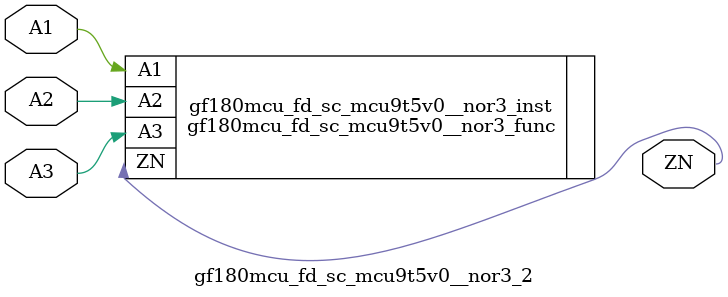
<source format=v>

`ifndef GF180MCU_FD_SC_MCU9T5V0__NOR3_2_V
`define GF180MCU_FD_SC_MCU9T5V0__NOR3_2_V

`include "gf180mcu_fd_sc_mcu9t5v0__nor3_func.v"

`ifdef USE_POWER_PINS
module gf180mcu_fd_sc_mcu9t5v0__nor3_2( ZN, A3, A2, A1, VDD, VSS );
inout VDD, VSS;
`else // If not USE_POWER_PINS
module gf180mcu_fd_sc_mcu9t5v0__nor3_2( ZN, A3, A2, A1 );
`endif // If not USE_POWER_PINS
input A1, A2, A3;
output ZN;

`ifdef USE_POWER_PINS
  gf180mcu_fd_sc_mcu9t5v0__nor3_func gf180mcu_fd_sc_mcu9t5v0__nor3_inst(.ZN(ZN),.A3(A3),.A2(A2),.A1(A1),.VDD(VDD),.VSS(VSS));
`else // If not USE_POWER_PINS
  gf180mcu_fd_sc_mcu9t5v0__nor3_func gf180mcu_fd_sc_mcu9t5v0__nor3_inst(.ZN(ZN),.A3(A3),.A2(A2),.A1(A1));
`endif // If not USE_POWER_PINS

`ifndef FUNCTIONAL
	// spec_gates_begin


	// spec_gates_end



   specify

	// specify_block_begin

	// comb arc A1 --> ZN
	 (A1 => ZN) = (1.0,1.0);

	// comb arc A2 --> ZN
	 (A2 => ZN) = (1.0,1.0);

	// comb arc A3 --> ZN
	 (A3 => ZN) = (1.0,1.0);

	// specify_block_end

   endspecify

   `endif

endmodule
`endif // GF180MCU_FD_SC_MCU9T5V0__NOR3_2_V

</source>
